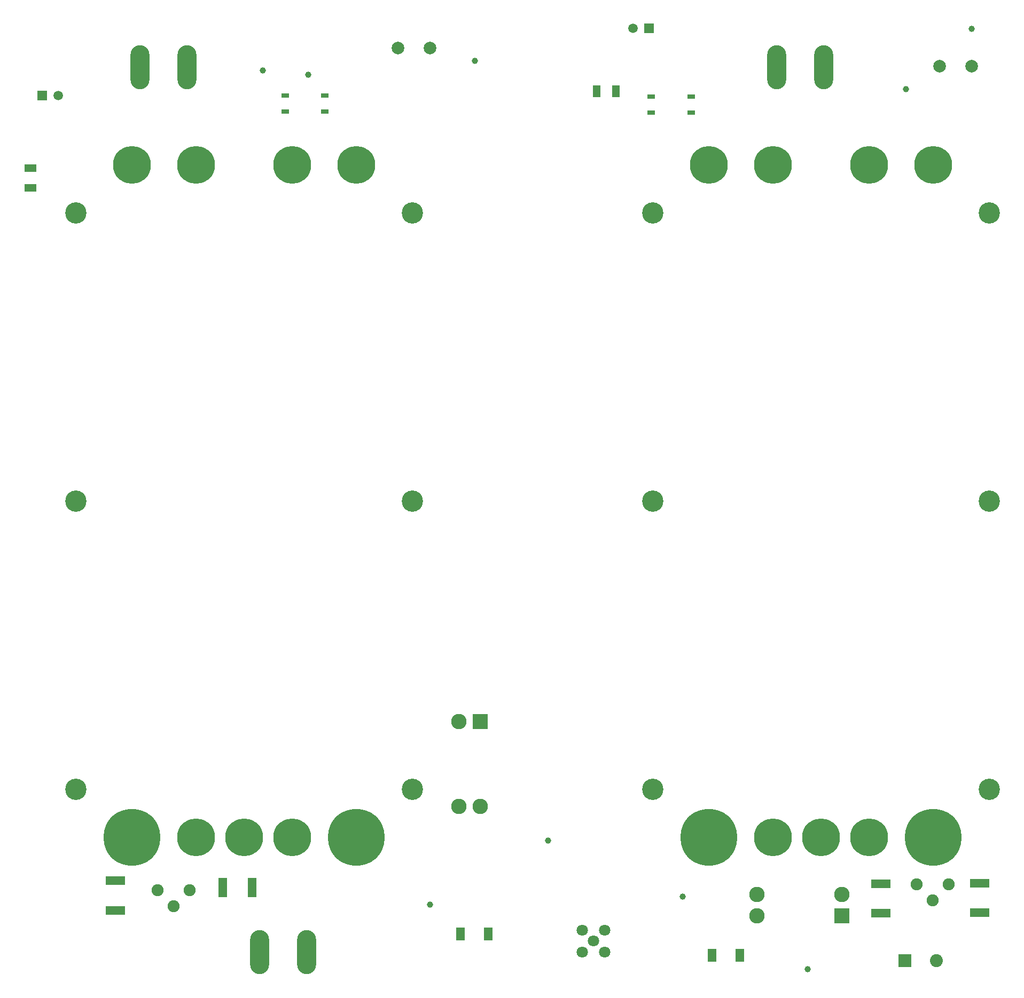
<source format=gbr>
%TF.GenerationSoftware,Altium Limited,Altium Designer,19.1.8 (144)*%
G04 Layer_Color=255*
%FSLAX25Y25*%
%MOIN*%
%TF.FileFunction,Pads,Top*%
%TF.Part,Single*%
G01*
G75*
%TA.AperFunction,SMDPad,CuDef*%
%ADD10R,0.07316X0.05142*%
%ADD11R,0.12008X0.05512*%
%ADD12R,0.05512X0.12008*%
%ADD13R,0.04724X0.03150*%
%ADD14R,0.05512X0.08268*%
%ADD15R,0.05142X0.07316*%
%TA.AperFunction,ComponentPad*%
%ADD18C,0.23622*%
%ADD19C,0.35433*%
%ADD20C,0.13307*%
%ADD21C,0.03937*%
%ADD22R,0.08071X0.08071*%
%ADD23C,0.08071*%
%ADD24C,0.07087*%
%ADD25R,0.05906X0.05906*%
%ADD26C,0.05906*%
%ADD27C,0.09646*%
%ADD28R,0.09646X0.09646*%
%ADD29C,0.07874*%
%ADD30R,0.09646X0.09646*%
%ADD31O,0.11811X0.27559*%
%ADD32C,0.07500*%
D10*
X9000Y509893D02*
D03*
Y522107D02*
D03*
D11*
X62017Y58452D02*
D03*
Y76956D02*
D03*
X539824Y56748D02*
D03*
Y75252D02*
D03*
X601447Y57057D02*
D03*
Y75561D02*
D03*
D12*
X129039Y72625D02*
D03*
X147543D02*
D03*
D13*
X421402Y556693D02*
D03*
Y566693D02*
D03*
X396598D02*
D03*
Y556693D02*
D03*
X192902Y567500D02*
D03*
Y557500D02*
D03*
X168098Y567500D02*
D03*
Y557500D02*
D03*
D14*
X277339Y43866D02*
D03*
X294661D02*
D03*
X434339Y30586D02*
D03*
X451661D02*
D03*
D15*
X374607Y570000D02*
D03*
X362393D02*
D03*
D18*
X112500Y104000D02*
D03*
X142500D02*
D03*
X172500D02*
D03*
X472421D02*
D03*
X502421D02*
D03*
X532421D02*
D03*
X572421Y524000D02*
D03*
X532421D02*
D03*
X472421D02*
D03*
X432421D02*
D03*
X212500D02*
D03*
X172500D02*
D03*
X112500D02*
D03*
X72500D02*
D03*
D19*
X72500Y104000D02*
D03*
X212500D02*
D03*
X432421D02*
D03*
X572421D02*
D03*
D20*
X37579Y134000D02*
D03*
Y314000D02*
D03*
Y494000D02*
D03*
X247421Y314000D02*
D03*
X397500D02*
D03*
X247421Y134000D02*
D03*
X397500D02*
D03*
X607342D02*
D03*
Y314000D02*
D03*
Y494000D02*
D03*
X397500D02*
D03*
X247421D02*
D03*
D21*
X258500Y62000D02*
D03*
X332000Y101936D02*
D03*
X416032Y67181D02*
D03*
X494000Y21872D02*
D03*
X555500Y571314D02*
D03*
X596343Y608937D02*
D03*
X286500Y589000D02*
D03*
X182468Y580500D02*
D03*
X154000Y583000D02*
D03*
D22*
X554727Y27200D02*
D03*
D23*
X574412Y27200D02*
D03*
D24*
X353581Y32324D02*
D03*
X367500D02*
D03*
Y46244D02*
D03*
X360540Y39284D02*
D03*
X353581Y46244D02*
D03*
D25*
X16500Y567500D02*
D03*
X395000Y609500D02*
D03*
D26*
X26500Y567500D02*
D03*
X385000Y609500D02*
D03*
D27*
X276307Y123484D02*
D03*
X289693D02*
D03*
X276307Y176516D02*
D03*
X462484Y55020D02*
D03*
Y68406D02*
D03*
X515516D02*
D03*
D28*
X289693Y176516D02*
D03*
D29*
X596343Y585658D02*
D03*
X576342D02*
D03*
X258343Y597157D02*
D03*
X238342D02*
D03*
D30*
X515516Y55020D02*
D03*
D31*
X152114Y32394D02*
D03*
X181602D02*
D03*
X504259Y585264D02*
D03*
X474771D02*
D03*
X106859Y585240D02*
D03*
X77371D02*
D03*
D32*
X98500Y61059D02*
D03*
X108500Y71059D02*
D03*
X88500D02*
D03*
X562201Y74668D02*
D03*
X572201Y64668D02*
D03*
X582201Y74668D02*
D03*
%TF.MD5,7d37728b097a5ce435a021465a4d212c*%
M02*

</source>
